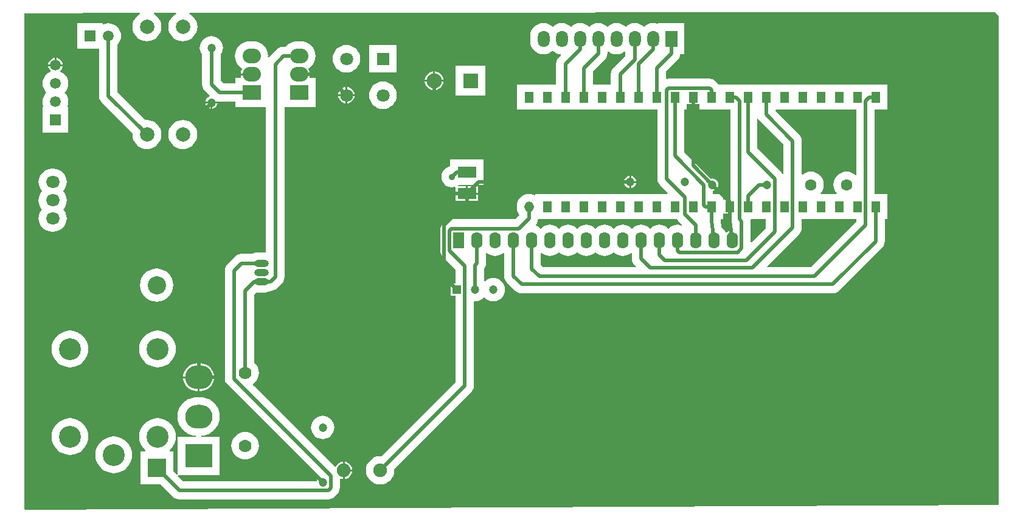
<source format=gtl>
G04 Layer_Physical_Order=1*
G04 Layer_Color=255*
%FSLAX44Y44*%
%MOMM*%
G71*
G01*
G75*
%ADD10R,2.6000X1.5000*%
%ADD11C,0.5080*%
%ADD12R,1.8000X1.8000*%
%ADD13C,1.8000*%
%ADD14C,2.1000*%
%ADD15R,2.1000X2.1000*%
%ADD16R,2.5400X2.0320*%
%ADD17O,2.5400X2.0320*%
%ADD18C,2.0000*%
%ADD19R,3.8100X3.3020*%
%ADD20O,3.8100X3.3020*%
%ADD21C,1.7780*%
%ADD22O,2.0000X1.0000*%
%ADD23O,2.0000X1.0000*%
%ADD24C,1.6000*%
%ADD25C,1.2000*%
%ADD26O,1.3000X1.5000*%
%ADD27R,1.2954X1.4986*%
%ADD28C,2.5400*%
%ADD29R,2.5400X2.5400*%
%ADD30C,1.9050*%
%ADD31R,1.5000X1.5000*%
%ADD32C,1.5000*%
%ADD33O,1.5748X2.2860*%
%ADD34R,1.5748X2.2860*%
%ADD35C,1.5200*%
%ADD36R,1.5200X1.5200*%
%ADD37O,1.6510X2.2860*%
%ADD38R,1.6510X2.2860*%
%ADD39O,1.9050X1.6510*%
%ADD40R,1.2000X1.2000*%
%ADD41C,3.0480*%
%ADD42C,0.8890*%
G36*
X1344930Y675640D02*
Y-5080D01*
X-10524Y-11416D01*
X-11424Y-10520D01*
Y679440D01*
X149465Y679593D01*
X149784Y678323D01*
X147895Y677314D01*
X144825Y674794D01*
X142306Y671725D01*
X140434Y668222D01*
X139282Y664422D01*
X138892Y660470D01*
X139282Y656518D01*
X140434Y652718D01*
X142306Y649216D01*
X144825Y646146D01*
X147895Y643627D01*
X151398Y641755D01*
X155198Y640602D01*
X159150Y640213D01*
X163102Y640602D01*
X166902Y641755D01*
X170404Y643627D01*
X173474Y646146D01*
X175993Y649216D01*
X177865Y652718D01*
X179018Y656518D01*
X179407Y660470D01*
X179018Y664422D01*
X177865Y668222D01*
X175993Y671725D01*
X173474Y674794D01*
X170404Y677314D01*
X168483Y678341D01*
X168800Y679611D01*
X199554Y679640D01*
X199873Y678370D01*
X197896Y677314D01*
X194826Y674794D01*
X192307Y671725D01*
X190435Y668222D01*
X189282Y664422D01*
X188893Y660470D01*
X189282Y656518D01*
X190435Y652718D01*
X192307Y649216D01*
X194826Y646146D01*
X197896Y643627D01*
X201398Y641755D01*
X205198Y640602D01*
X209150Y640213D01*
X213102Y640602D01*
X216902Y641755D01*
X220405Y643627D01*
X223475Y646146D01*
X225994Y649216D01*
X227866Y652718D01*
X229018Y656518D01*
X229408Y660470D01*
X229018Y664422D01*
X227866Y668222D01*
X225994Y671725D01*
X223475Y674794D01*
X220405Y677314D01*
X218395Y678388D01*
X218712Y679658D01*
X1339850Y680720D01*
X1344930Y675640D01*
D02*
G37*
%LPC*%
G36*
X105410Y665445D02*
X101948Y665105D01*
X98940Y664192D01*
X97670Y664834D01*
Y665360D01*
X62350D01*
Y630040D01*
X92600D01*
Y564210D01*
X93037Y560894D01*
X94317Y557805D01*
X96352Y555152D01*
X139084Y512420D01*
X138892Y510470D01*
X139282Y506518D01*
X140434Y502718D01*
X142306Y499215D01*
X144825Y496146D01*
X147895Y493626D01*
X151398Y491754D01*
X155198Y490602D01*
X159150Y490212D01*
X163102Y490602D01*
X166902Y491754D01*
X170404Y493626D01*
X173474Y496146D01*
X175993Y499215D01*
X177865Y502718D01*
X179018Y506518D01*
X179407Y510470D01*
X179018Y514422D01*
X177865Y518222D01*
X175993Y521724D01*
X173474Y524794D01*
X170404Y527313D01*
X166902Y529185D01*
X163102Y530338D01*
X159150Y530727D01*
X157200Y530535D01*
X118220Y569516D01*
Y635471D01*
X120165Y637841D01*
X121805Y640909D01*
X122815Y644238D01*
X123155Y647700D01*
X122815Y651162D01*
X121805Y654491D01*
X120165Y657559D01*
X117958Y660248D01*
X115269Y662455D01*
X112201Y664095D01*
X108872Y665105D01*
X105410Y665445D01*
D02*
G37*
G36*
X863600Y665569D02*
X859990Y665214D01*
X856519Y664161D01*
X853320Y662451D01*
X850900Y660465D01*
X848480Y662451D01*
X845281Y664161D01*
X841810Y665214D01*
X838200Y665569D01*
X834590Y665214D01*
X831119Y664161D01*
X827920Y662451D01*
X825500Y660465D01*
X823080Y662451D01*
X819881Y664161D01*
X816410Y665214D01*
X812800Y665569D01*
X809190Y665214D01*
X805719Y664161D01*
X802520Y662451D01*
X800100Y660465D01*
X797680Y662451D01*
X794481Y664161D01*
X791010Y665214D01*
X787400Y665569D01*
X783790Y665214D01*
X780319Y664161D01*
X777120Y662451D01*
X774700Y660465D01*
X772280Y662451D01*
X769081Y664161D01*
X765610Y665214D01*
X762000Y665569D01*
X758390Y665214D01*
X754919Y664161D01*
X751720Y662451D01*
X749300Y660465D01*
X746880Y662451D01*
X743681Y664161D01*
X740210Y665214D01*
X736600Y665569D01*
X732990Y665214D01*
X729519Y664161D01*
X726320Y662451D01*
X723900Y660465D01*
X721480Y662451D01*
X718281Y664161D01*
X714810Y665214D01*
X711200Y665569D01*
X707590Y665214D01*
X704119Y664161D01*
X700920Y662451D01*
X698116Y660149D01*
X695814Y657345D01*
X694104Y654146D01*
X693051Y650675D01*
X692696Y647065D01*
Y640715D01*
X693051Y637105D01*
X694104Y633634D01*
X695814Y630435D01*
X698116Y627631D01*
X700920Y625329D01*
X704119Y623619D01*
X707590Y622566D01*
X711200Y622211D01*
X714810Y622566D01*
X718281Y623619D01*
X721480Y625329D01*
X723900Y627315D01*
X726320Y625329D01*
X729519Y623619D01*
X732990Y622566D01*
X735041Y622365D01*
X735514Y621042D01*
X732622Y618150D01*
X730587Y615497D01*
X729307Y612407D01*
X728870Y609092D01*
Y580263D01*
X674243D01*
Y544957D01*
X869586D01*
Y449072D01*
X870023Y445757D01*
X871303Y442667D01*
X873338Y440014D01*
X884316Y429036D01*
X883830Y427863D01*
X699643D01*
Y426652D01*
X698554Y425999D01*
X697286Y426676D01*
X694146Y427629D01*
X690880Y427951D01*
X687614Y427629D01*
X684474Y426676D01*
X681579Y425129D01*
X679043Y423047D01*
X676961Y420511D01*
X675414Y417616D01*
X674461Y414476D01*
X674139Y411210D01*
Y409210D01*
X674461Y405944D01*
X675414Y402804D01*
X676961Y399909D01*
X677868Y398804D01*
X671604Y392540D01*
X582676D01*
X579361Y392103D01*
X576271Y390823D01*
X573618Y388788D01*
X571078Y386248D01*
X569043Y383595D01*
X567763Y380505D01*
X567326Y377190D01*
Y349250D01*
X567763Y345935D01*
X569043Y342845D01*
X571078Y340192D01*
X588916Y322354D01*
Y303180D01*
X582010D01*
Y286100D01*
X588916D01*
Y166342D01*
X485386Y62811D01*
X483870Y62960D01*
X480011Y62580D01*
X476300Y61455D01*
X472881Y59627D01*
X469883Y57167D01*
X467423Y54169D01*
X465595Y50750D01*
X464470Y47039D01*
X464090Y43180D01*
X464470Y39321D01*
X465595Y35610D01*
X467423Y32191D01*
X469883Y29193D01*
X472881Y26733D01*
X476300Y24905D01*
X480011Y23780D01*
X483870Y23400D01*
X487729Y23780D01*
X491440Y24905D01*
X494859Y26733D01*
X497857Y29193D01*
X500317Y32191D01*
X502145Y35610D01*
X503270Y39321D01*
X503650Y43180D01*
X503501Y44696D01*
X610784Y151978D01*
X612819Y154631D01*
X614099Y157721D01*
X614536Y161036D01*
Y277596D01*
X615477Y278449D01*
X615950Y278402D01*
X619118Y278714D01*
X622164Y279638D01*
X624971Y281138D01*
X627432Y283158D01*
X628015Y283868D01*
X629285D01*
X629868Y283158D01*
X632329Y281138D01*
X635136Y279638D01*
X638182Y278714D01*
X641350Y278402D01*
X644518Y278714D01*
X647564Y279638D01*
X650371Y281138D01*
X652832Y283158D01*
X654852Y285619D01*
X656352Y288426D01*
X657276Y291472D01*
X657588Y294640D01*
X657276Y297808D01*
X656352Y300854D01*
X654852Y303661D01*
X652832Y306122D01*
X650371Y308141D01*
X647564Y309642D01*
X644518Y310566D01*
X641350Y310878D01*
X638182Y310566D01*
X635136Y309642D01*
X632329Y308141D01*
X630030Y306255D01*
X628760Y306538D01*
Y323992D01*
X629583Y325065D01*
X630863Y328155D01*
X631300Y331470D01*
Y345182D01*
X632448Y345725D01*
X633822Y344597D01*
X636955Y342922D01*
X640355Y341891D01*
X643890Y341543D01*
X647425Y341891D01*
X650825Y342922D01*
X653958Y344597D01*
X655332Y345725D01*
X656480Y345182D01*
Y313690D01*
X656917Y310375D01*
X658197Y307285D01*
X660232Y304632D01*
X671662Y293202D01*
X674315Y291167D01*
X677405Y289887D01*
X680720Y289450D01*
X1113790D01*
X1117105Y289887D01*
X1120195Y291167D01*
X1122848Y293202D01*
X1182538Y352892D01*
X1184573Y355545D01*
X1185853Y358635D01*
X1186290Y361950D01*
Y392557D01*
X1190117D01*
Y427863D01*
X1172574D01*
Y544957D01*
X1190117D01*
Y580263D01*
X955138D01*
X953938Y581828D01*
X951398Y584368D01*
X948745Y586403D01*
X945655Y587683D01*
X942340Y588120D01*
X884936D01*
X882760Y587833D01*
X881490Y588947D01*
Y597944D01*
X898058Y614512D01*
X900093Y617165D01*
X901373Y620255D01*
X901642Y622300D01*
X907415D01*
Y665480D01*
X870585D01*
Y665256D01*
X869565Y664499D01*
X867210Y665214D01*
X863600Y665569D01*
D02*
G37*
G36*
X33020Y617120D02*
Y608330D01*
X41810D01*
X41629Y609707D01*
X40607Y612174D01*
X38982Y614292D01*
X36864Y615917D01*
X34397Y616939D01*
X33020Y617120D01*
D02*
G37*
G36*
X30480D02*
X29103Y616939D01*
X26636Y615917D01*
X24518Y614292D01*
X22893Y612174D01*
X21871Y609707D01*
X21690Y608330D01*
X30480D01*
Y617120D01*
D02*
G37*
G36*
X506840Y635110D02*
X468520D01*
Y596790D01*
X506840D01*
Y635110D01*
D02*
G37*
G36*
X436880Y635203D02*
X433124Y634833D01*
X429512Y633737D01*
X426184Y631958D01*
X423266Y629564D01*
X420872Y626646D01*
X419093Y623318D01*
X417997Y619706D01*
X417627Y615950D01*
X417997Y612194D01*
X419093Y608582D01*
X420872Y605254D01*
X423266Y602336D01*
X426184Y599942D01*
X429512Y598163D01*
X433124Y597067D01*
X436880Y596697D01*
X440636Y597067D01*
X444248Y598163D01*
X447576Y599942D01*
X450494Y602336D01*
X452888Y605254D01*
X454667Y608582D01*
X455763Y612194D01*
X456133Y615950D01*
X455763Y619706D01*
X454667Y623318D01*
X452888Y626646D01*
X450494Y629564D01*
X447576Y631958D01*
X444248Y633737D01*
X440636Y634833D01*
X436880Y635203D01*
D02*
G37*
G36*
X560070Y598455D02*
Y586740D01*
X571785D01*
X571504Y588874D01*
X570190Y592046D01*
X568100Y594770D01*
X565376Y596860D01*
X562204Y598174D01*
X560070Y598455D01*
D02*
G37*
G36*
X557530D02*
X555396Y598174D01*
X552224Y596860D01*
X549500Y594770D01*
X547410Y592046D01*
X546096Y588874D01*
X545815Y586740D01*
X557530D01*
Y598455D01*
D02*
G37*
G36*
X571785Y584200D02*
X560070D01*
Y572485D01*
X562204Y572766D01*
X565376Y574080D01*
X568100Y576170D01*
X570190Y578894D01*
X571504Y582066D01*
X571785Y584200D01*
D02*
G37*
G36*
X557530D02*
X545815D01*
X546096Y582066D01*
X547410Y578894D01*
X549500Y576170D01*
X552224Y574080D01*
X555396Y572766D01*
X557530Y572485D01*
Y584200D01*
D02*
G37*
G36*
X438150Y576622D02*
Y566420D01*
X448352D01*
X448123Y568162D01*
X446960Y570970D01*
X445110Y573380D01*
X442700Y575230D01*
X439893Y576393D01*
X438150Y576622D01*
D02*
G37*
G36*
X435610D02*
X433867Y576393D01*
X431060Y575230D01*
X428650Y573380D01*
X426800Y570970D01*
X425637Y568162D01*
X425408Y566420D01*
X435610D01*
Y576622D01*
D02*
G37*
G36*
X630260Y606130D02*
X588940D01*
Y564810D01*
X630260D01*
Y606130D01*
D02*
G37*
G36*
X448352Y563880D02*
X438150D01*
Y553678D01*
X439893Y553907D01*
X442700Y555070D01*
X445110Y556920D01*
X446960Y559330D01*
X448123Y562137D01*
X448352Y563880D01*
D02*
G37*
G36*
X435610D02*
X425408D01*
X425637Y562137D01*
X426800Y559330D01*
X428650Y556920D01*
X431060Y555070D01*
X433867Y553907D01*
X435610Y553678D01*
Y563880D01*
D02*
G37*
G36*
X257367Y553720D02*
X250190D01*
Y546544D01*
X251149Y546670D01*
X253227Y547530D01*
X255011Y548899D01*
X256380Y550683D01*
X257240Y552761D01*
X257367Y553720D01*
D02*
G37*
G36*
X247650D02*
X240473D01*
X240600Y552761D01*
X241460Y550683D01*
X242829Y548899D01*
X244613Y547530D01*
X246691Y546670D01*
X247650Y546544D01*
Y553720D01*
D02*
G37*
G36*
X487680Y584403D02*
X483924Y584033D01*
X480312Y582937D01*
X476984Y581158D01*
X474066Y578764D01*
X471672Y575846D01*
X469893Y572518D01*
X468797Y568906D01*
X468427Y565150D01*
X468797Y561394D01*
X469893Y557782D01*
X471672Y554454D01*
X474066Y551536D01*
X476984Y549142D01*
X480312Y547363D01*
X483924Y546267D01*
X487680Y545897D01*
X491436Y546267D01*
X495048Y547363D01*
X498376Y549142D01*
X501294Y551536D01*
X503688Y554454D01*
X505467Y557782D01*
X506563Y561394D01*
X506933Y565150D01*
X506563Y568906D01*
X505467Y572518D01*
X503688Y575846D01*
X501294Y578764D01*
X498376Y581158D01*
X495048Y582937D01*
X491436Y584033D01*
X487680Y584403D01*
D02*
G37*
G36*
X41810Y605790D02*
X31750D01*
X21690D01*
X21871Y604413D01*
X22893Y601946D01*
X24518Y599828D01*
X25140Y599351D01*
X25133Y599316D01*
X24745Y598053D01*
X21835Y596498D01*
X19131Y594279D01*
X16912Y591575D01*
X15263Y588489D01*
X14247Y585142D01*
X13904Y581660D01*
X14247Y578178D01*
X15263Y574831D01*
X16912Y571745D01*
X18405Y569926D01*
X19075Y568960D01*
X18405Y567994D01*
X16912Y566175D01*
X15263Y563089D01*
X14247Y559742D01*
X13904Y556260D01*
X14247Y552778D01*
X15123Y549890D01*
X14410Y548620D01*
X13990D01*
Y513100D01*
X49510D01*
Y548620D01*
X49090D01*
X48377Y549890D01*
X49253Y552778D01*
X49596Y556260D01*
X49253Y559742D01*
X48238Y563089D01*
X46588Y566175D01*
X45095Y567994D01*
X44425Y568960D01*
X45095Y569926D01*
X46588Y571745D01*
X48238Y574831D01*
X49253Y578178D01*
X49596Y581660D01*
X49253Y585142D01*
X48238Y588489D01*
X46588Y591575D01*
X44369Y594279D01*
X41665Y596498D01*
X38755Y598053D01*
X38367Y599316D01*
X38360Y599351D01*
X38982Y599828D01*
X40607Y601946D01*
X41629Y604413D01*
X41810Y605790D01*
D02*
G37*
G36*
X209150Y530727D02*
X205198Y530338D01*
X201398Y529185D01*
X197896Y527313D01*
X194826Y524794D01*
X192307Y521724D01*
X190435Y518222D01*
X189282Y514422D01*
X188893Y510470D01*
X189282Y506518D01*
X190435Y502718D01*
X192307Y499215D01*
X194826Y496146D01*
X197896Y493626D01*
X201398Y491754D01*
X205198Y490602D01*
X209150Y490212D01*
X213102Y490602D01*
X216902Y491754D01*
X220405Y493626D01*
X223475Y496146D01*
X225994Y499215D01*
X227866Y502718D01*
X229018Y506518D01*
X229408Y510470D01*
X229018Y514422D01*
X227866Y518222D01*
X225994Y521724D01*
X223475Y524794D01*
X220405Y527313D01*
X216902Y529185D01*
X213102Y530338D01*
X209150Y530727D01*
D02*
G37*
G36*
X833120Y452947D02*
Y445770D01*
X840296D01*
X840170Y446729D01*
X839310Y448807D01*
X837941Y450591D01*
X836157Y451960D01*
X834079Y452820D01*
X833120Y452947D01*
D02*
G37*
G36*
X830580D02*
X829621Y452820D01*
X827543Y451960D01*
X825759Y450591D01*
X824390Y448807D01*
X823530Y446729D01*
X823403Y445770D01*
X830580D01*
Y452947D01*
D02*
G37*
G36*
X840296Y443230D02*
X833120D01*
Y436054D01*
X834079Y436180D01*
X836157Y437040D01*
X837941Y438409D01*
X839310Y440193D01*
X840170Y442271D01*
X840296Y443230D01*
D02*
G37*
G36*
X830580D02*
X823403D01*
X823530Y442271D01*
X824390Y440193D01*
X825759Y438409D01*
X827543Y437040D01*
X829621Y436180D01*
X830580Y436054D01*
Y443230D01*
D02*
G37*
G36*
X620060Y438270D02*
X605790D01*
Y429500D01*
X620060D01*
Y438270D01*
D02*
G37*
G36*
X627680Y475890D02*
X581360D01*
Y467370D01*
X581253Y467288D01*
X579753Y465789D01*
X576326Y464370D01*
X573276Y462028D01*
X570934Y458978D01*
X569463Y455425D01*
X568961Y451612D01*
X569463Y447799D01*
X570934Y444246D01*
X573276Y441196D01*
X576326Y438854D01*
X579879Y437383D01*
X583692Y436881D01*
X587505Y437383D01*
X587924Y437557D01*
X588980Y436851D01*
Y429500D01*
X603250D01*
Y438270D01*
X592382D01*
X591950Y439540D01*
X593293Y440570D01*
X627680D01*
Y475890D01*
D02*
G37*
G36*
X620060Y426960D02*
X605790D01*
Y418190D01*
X620060D01*
Y426960D01*
D02*
G37*
G36*
X603250D02*
X588980D01*
Y418190D01*
X603250D01*
Y426960D01*
D02*
G37*
G36*
X29210Y463004D02*
X26670D01*
X23060Y462649D01*
X19589Y461596D01*
X16390Y459886D01*
X13586Y457584D01*
X11284Y454780D01*
X9574Y451581D01*
X8521Y448110D01*
X8166Y444500D01*
X8521Y440890D01*
X9574Y437419D01*
X11284Y434220D01*
X13374Y431673D01*
X11284Y429126D01*
X9574Y425927D01*
X8521Y422456D01*
X8166Y418846D01*
X8521Y415236D01*
X9574Y411765D01*
X11284Y408566D01*
X13062Y406400D01*
X11284Y404234D01*
X9574Y401035D01*
X8521Y397564D01*
X8166Y393954D01*
X8521Y390344D01*
X9574Y386873D01*
X11284Y383674D01*
X13586Y380870D01*
X16390Y378568D01*
X19589Y376858D01*
X23060Y375805D01*
X26670Y375450D01*
X29210D01*
X32820Y375805D01*
X36291Y376858D01*
X39490Y378568D01*
X42294Y380870D01*
X44596Y383674D01*
X46306Y386873D01*
X47359Y390344D01*
X47714Y393954D01*
X47359Y397564D01*
X46306Y401035D01*
X44596Y404234D01*
X42818Y406400D01*
X44596Y408566D01*
X46306Y411765D01*
X47359Y415236D01*
X47714Y418846D01*
X47359Y422456D01*
X46306Y425927D01*
X44596Y429126D01*
X42506Y431673D01*
X44596Y434220D01*
X46306Y437419D01*
X47359Y440890D01*
X47714Y444500D01*
X47359Y448110D01*
X46306Y451581D01*
X44596Y454780D01*
X42294Y457584D01*
X39490Y459886D01*
X36291Y461596D01*
X32820Y462649D01*
X29210Y463004D01*
D02*
G37*
G36*
X248920Y647428D02*
X245752Y647116D01*
X242706Y646192D01*
X239899Y644691D01*
X237438Y642672D01*
X235418Y640211D01*
X233918Y637404D01*
X232994Y634358D01*
X232682Y631190D01*
X232994Y628022D01*
X233918Y624976D01*
X235418Y622169D01*
X236110Y621325D01*
Y580390D01*
X236547Y577075D01*
X237827Y573985D01*
X239862Y571332D01*
X246711Y564483D01*
X246265Y563134D01*
X244613Y562450D01*
X242829Y561081D01*
X241460Y559297D01*
X240600Y557219D01*
X240473Y556260D01*
X248920D01*
X258211D01*
X258363Y556412D01*
X260350Y556150D01*
X281940D01*
Y548640D01*
X325010D01*
Y347527D01*
X324069Y346674D01*
X323770Y346703D01*
X313770D01*
X310798Y346411D01*
X307940Y345544D01*
X305575Y344280D01*
X290830D01*
X287515Y343843D01*
X284425Y342563D01*
X281772Y340528D01*
X271612Y330368D01*
X269577Y327715D01*
X268297Y324625D01*
X267860Y321310D01*
Y170180D01*
X268297Y166865D01*
X269577Y163775D01*
X271612Y161122D01*
X398336Y34399D01*
X398252Y33132D01*
X397769Y32761D01*
X396400Y30977D01*
X395540Y28899D01*
X395461Y28304D01*
X209522D01*
X202265Y35560D01*
X202792Y36830D01*
X260350D01*
Y90170D01*
X234778D01*
X234728Y91440D01*
X237865Y91687D01*
X241947Y92667D01*
X245825Y94273D01*
X249405Y96467D01*
X252597Y99193D01*
X255323Y102385D01*
X257517Y105965D01*
X259123Y109843D01*
X260103Y113925D01*
X260432Y118110D01*
X260103Y122295D01*
X259123Y126377D01*
X257517Y130255D01*
X255323Y133835D01*
X252597Y137027D01*
X249405Y139753D01*
X245825Y141947D01*
X241947Y143553D01*
X237865Y144533D01*
X233680Y144862D01*
X228600D01*
X224415Y144533D01*
X220333Y143553D01*
X216455Y141947D01*
X212875Y139753D01*
X209683Y137027D01*
X206957Y133835D01*
X204763Y130255D01*
X203157Y126377D01*
X202177Y122295D01*
X201847Y118110D01*
X202177Y113925D01*
X203157Y109843D01*
X204763Y105965D01*
X206957Y102385D01*
X209683Y99193D01*
X212875Y96467D01*
X216455Y94273D01*
X220333Y92667D01*
X224415Y91687D01*
X227552Y91440D01*
X227502Y90170D01*
X201930D01*
Y37692D01*
X200660Y37166D01*
X195580Y42245D01*
Y69850D01*
X191153D01*
X190725Y71046D01*
X192037Y72123D01*
X195212Y75990D01*
X197570Y80403D01*
X199023Y85191D01*
X199513Y90170D01*
X199023Y95149D01*
X197570Y99937D01*
X195212Y104350D01*
X192037Y108217D01*
X188170Y111391D01*
X183757Y113750D01*
X178969Y115203D01*
X173990Y115693D01*
X169011Y115203D01*
X164223Y113750D01*
X159810Y111391D01*
X155943Y108217D01*
X152768Y104350D01*
X150410Y99937D01*
X148958Y95149D01*
X148467Y90170D01*
X148958Y85191D01*
X150410Y80403D01*
X152768Y75990D01*
X155943Y72123D01*
X157255Y71046D01*
X156827Y69850D01*
X149860D01*
Y24130D01*
X177465D01*
X195158Y6436D01*
X197811Y4401D01*
X200901Y3121D01*
X204216Y2684D01*
X411480D01*
X414795Y3121D01*
X417885Y4401D01*
X420538Y6436D01*
X424094Y9992D01*
X426129Y12645D01*
X427409Y15735D01*
X427846Y19050D01*
Y31142D01*
X428902Y31848D01*
X429920Y31425D01*
X431800Y31178D01*
Y43180D01*
Y55182D01*
X429920Y54935D01*
X426985Y53719D01*
X424465Y51785D01*
X422531Y49265D01*
X422140Y48319D01*
X420894Y48071D01*
X306923Y162042D01*
X307129Y163633D01*
X309446Y165534D01*
X311826Y168435D01*
X313595Y171745D01*
X314684Y175336D01*
X315052Y179070D01*
X314684Y182805D01*
X313595Y186395D01*
X311826Y189705D01*
X309446Y192606D01*
X308720Y193201D01*
Y288064D01*
X311696Y291041D01*
X313770Y290837D01*
X323770D01*
X326742Y291129D01*
X329600Y291996D01*
X332126Y293347D01*
X334785Y293697D01*
X337875Y294977D01*
X340528Y297012D01*
X346878Y303362D01*
X348913Y306015D01*
X350193Y309105D01*
X350630Y312420D01*
Y548640D01*
X393700D01*
Y589280D01*
X386165D01*
X385460Y590336D01*
X385753Y591045D01*
X386022Y593090D01*
X370840D01*
Y595630D01*
X386022D01*
X385753Y597675D01*
X384473Y600765D01*
X384046Y601322D01*
X384314Y602564D01*
X384724Y602783D01*
X387818Y605322D01*
X390357Y608416D01*
X392244Y611946D01*
X393406Y615777D01*
X393798Y619760D01*
X393406Y623743D01*
X392244Y627574D01*
X390357Y631104D01*
X387818Y634198D01*
X384724Y636737D01*
X381194Y638624D01*
X377363Y639786D01*
X373380Y640178D01*
X368300D01*
X364317Y639786D01*
X360486Y638624D01*
X356956Y636737D01*
X353862Y634198D01*
X352526Y632570D01*
X349250D01*
X345935Y632133D01*
X342845Y630853D01*
X340192Y628818D01*
X328805Y617430D01*
X328653Y617438D01*
X327578Y617931D01*
X327758Y619760D01*
X327366Y623743D01*
X326204Y627574D01*
X324317Y631104D01*
X321778Y634198D01*
X318684Y636737D01*
X315154Y638624D01*
X311323Y639786D01*
X307340Y640178D01*
X302260D01*
X298277Y639786D01*
X294446Y638624D01*
X290916Y636737D01*
X287822Y634198D01*
X285283Y631104D01*
X283396Y627574D01*
X282234Y623743D01*
X281842Y619760D01*
X282234Y615777D01*
X283396Y611946D01*
X285283Y608416D01*
X287822Y605322D01*
X290916Y602783D01*
X291326Y602564D01*
X291594Y601322D01*
X291167Y600765D01*
X289887Y597675D01*
X289618Y595630D01*
X304800D01*
Y593090D01*
X289618D01*
X289887Y591045D01*
X290180Y590336D01*
X289475Y589280D01*
X281940D01*
Y581770D01*
X265656D01*
X261730Y585696D01*
Y621325D01*
X262421Y622169D01*
X263922Y624976D01*
X264846Y628022D01*
X265158Y631190D01*
X264846Y634358D01*
X263922Y637404D01*
X262421Y640211D01*
X260402Y642672D01*
X257941Y644691D01*
X255134Y646192D01*
X252088Y647116D01*
X248920Y647428D01*
D02*
G37*
G36*
X172720Y323961D02*
X168239Y323519D01*
X163930Y322212D01*
X159958Y320089D01*
X156477Y317233D01*
X153621Y313752D01*
X151498Y309781D01*
X150191Y305471D01*
X149749Y300990D01*
X150191Y296509D01*
X151498Y292199D01*
X153621Y288228D01*
X156477Y284747D01*
X159958Y281891D01*
X163930Y279768D01*
X168239Y278461D01*
X172720Y278019D01*
X177201Y278461D01*
X181511Y279768D01*
X185482Y281891D01*
X188963Y284747D01*
X191819Y288228D01*
X193942Y292199D01*
X195249Y296509D01*
X195691Y300990D01*
X195249Y305471D01*
X193942Y309781D01*
X191819Y313752D01*
X188963Y317233D01*
X185482Y320089D01*
X181511Y322212D01*
X177201Y323519D01*
X172720Y323961D01*
D02*
G37*
G36*
X173990Y237613D02*
X169011Y237122D01*
X164223Y235670D01*
X159810Y233312D01*
X155943Y230137D01*
X152768Y226270D01*
X150410Y221857D01*
X148958Y217069D01*
X148467Y212090D01*
X148958Y207111D01*
X150410Y202323D01*
X152768Y197910D01*
X155943Y194043D01*
X159810Y190868D01*
X164223Y188510D01*
X169011Y187057D01*
X173990Y186567D01*
X178969Y187057D01*
X183757Y188510D01*
X188170Y190868D01*
X192037Y194043D01*
X195212Y197910D01*
X197570Y202323D01*
X199023Y207111D01*
X199513Y212090D01*
X199023Y217069D01*
X197570Y221857D01*
X195212Y226270D01*
X192037Y230137D01*
X188170Y233312D01*
X183757Y235670D01*
X178969Y237122D01*
X173990Y237613D01*
D02*
G37*
G36*
X52070D02*
X47091Y237122D01*
X42303Y235670D01*
X37890Y233312D01*
X34023Y230137D01*
X30849Y226270D01*
X28490Y221857D01*
X27037Y217069D01*
X26547Y212090D01*
X27037Y207111D01*
X28490Y202323D01*
X30849Y197910D01*
X34023Y194043D01*
X37890Y190868D01*
X42303Y188510D01*
X47091Y187057D01*
X52070Y186567D01*
X57049Y187057D01*
X61837Y188510D01*
X66250Y190868D01*
X70117Y194043D01*
X73292Y197910D01*
X75650Y202323D01*
X77102Y207111D01*
X77593Y212090D01*
X77102Y217069D01*
X75650Y221857D01*
X73292Y226270D01*
X70117Y230137D01*
X66250Y233312D01*
X61837Y235670D01*
X57049Y237122D01*
X52070Y237613D01*
D02*
G37*
G36*
X233680Y191862D02*
X232410D01*
Y173990D01*
X252697D01*
X252454Y176455D01*
X251365Y180045D01*
X249596Y183355D01*
X247216Y186256D01*
X244315Y188636D01*
X241005Y190405D01*
X237414Y191494D01*
X233680Y191862D01*
D02*
G37*
G36*
X229870D02*
X228600D01*
X224865Y191494D01*
X221275Y190405D01*
X217965Y188636D01*
X215064Y186256D01*
X212684Y183355D01*
X210915Y180045D01*
X209826Y176455D01*
X209583Y173990D01*
X229870D01*
Y191862D01*
D02*
G37*
G36*
X252697Y171450D02*
X232410D01*
Y153578D01*
X233680D01*
X237414Y153946D01*
X241005Y155035D01*
X244315Y156804D01*
X247216Y159184D01*
X249596Y162085D01*
X251365Y165395D01*
X252454Y168986D01*
X252697Y171450D01*
D02*
G37*
G36*
X229870D02*
X209583D01*
X209826Y168986D01*
X210915Y165395D01*
X212684Y162085D01*
X215064Y159184D01*
X217965Y156804D01*
X221275Y155035D01*
X224865Y153946D01*
X228600Y153578D01*
X229870D01*
Y171450D01*
D02*
G37*
G36*
X403860Y119108D02*
X400692Y118796D01*
X397646Y117872D01*
X394839Y116371D01*
X392378Y114352D01*
X390359Y111891D01*
X388858Y109084D01*
X387934Y106038D01*
X387622Y102870D01*
X387934Y99702D01*
X388858Y96656D01*
X390359Y93849D01*
X392378Y91388D01*
X394839Y89368D01*
X397646Y87868D01*
X400692Y86944D01*
X403860Y86632D01*
X407028Y86944D01*
X410074Y87868D01*
X412881Y89368D01*
X415342Y91388D01*
X417361Y93849D01*
X418862Y96656D01*
X419786Y99702D01*
X420098Y102870D01*
X419786Y106038D01*
X418862Y109084D01*
X417361Y111891D01*
X415342Y114352D01*
X412881Y116371D01*
X410074Y117872D01*
X407028Y118796D01*
X403860Y119108D01*
D02*
G37*
G36*
X52070Y115693D02*
X47091Y115203D01*
X42303Y113750D01*
X37890Y111391D01*
X34023Y108217D01*
X30849Y104350D01*
X28490Y99937D01*
X27037Y95149D01*
X26547Y90170D01*
X27037Y85191D01*
X28490Y80403D01*
X30849Y75990D01*
X34023Y72123D01*
X37890Y68948D01*
X42303Y66590D01*
X47091Y65138D01*
X52070Y64647D01*
X57049Y65138D01*
X61837Y66590D01*
X66250Y68948D01*
X70117Y72123D01*
X73292Y75990D01*
X75650Y80403D01*
X77102Y85191D01*
X77593Y90170D01*
X77102Y95149D01*
X75650Y99937D01*
X73292Y104350D01*
X70117Y108217D01*
X66250Y111391D01*
X61837Y113750D01*
X57049Y115203D01*
X52070Y115693D01*
D02*
G37*
G36*
X295910Y96612D02*
X292176Y96244D01*
X288585Y95155D01*
X285275Y93386D01*
X282374Y91006D01*
X279994Y88105D01*
X278225Y84795D01*
X277136Y81205D01*
X276768Y77470D01*
X277136Y73735D01*
X278225Y70145D01*
X279994Y66835D01*
X282374Y63934D01*
X285275Y61554D01*
X288585Y59785D01*
X292176Y58696D01*
X295910Y58328D01*
X299645Y58696D01*
X303235Y59785D01*
X306545Y61554D01*
X309446Y63934D01*
X311826Y66835D01*
X313595Y70145D01*
X314684Y73735D01*
X315052Y77470D01*
X314684Y81205D01*
X313595Y84795D01*
X311826Y88105D01*
X309446Y91006D01*
X306545Y93386D01*
X303235Y95155D01*
X299645Y96244D01*
X295910Y96612D01*
D02*
G37*
G36*
X434340Y55182D02*
Y44450D01*
X445072D01*
X444824Y46330D01*
X443609Y49265D01*
X441675Y51785D01*
X439155Y53719D01*
X436220Y54935D01*
X434340Y55182D01*
D02*
G37*
G36*
X113030Y90293D02*
X108051Y89803D01*
X103263Y88350D01*
X98850Y85991D01*
X94983Y82817D01*
X91809Y78950D01*
X89450Y74537D01*
X87998Y69749D01*
X87507Y64770D01*
X87998Y59791D01*
X89450Y55003D01*
X91809Y50590D01*
X94983Y46723D01*
X98850Y43548D01*
X103263Y41190D01*
X108051Y39738D01*
X113030Y39247D01*
X118009Y39738D01*
X122797Y41190D01*
X127210Y43548D01*
X131077Y46723D01*
X134251Y50590D01*
X136610Y55003D01*
X138062Y59791D01*
X138553Y64770D01*
X138062Y69749D01*
X136610Y74537D01*
X134251Y78950D01*
X131077Y82817D01*
X127210Y85991D01*
X122797Y88350D01*
X118009Y89803D01*
X113030Y90293D01*
D02*
G37*
G36*
X445072Y41910D02*
X434340D01*
Y31178D01*
X436220Y31425D01*
X439155Y32641D01*
X441675Y34575D01*
X443609Y37095D01*
X444824Y40030D01*
X445072Y41910D01*
D02*
G37*
%LPD*%
G36*
X802520Y625329D02*
X805719Y623619D01*
X809190Y622566D01*
X812800Y622211D01*
X816410Y622566D01*
X819881Y623619D01*
X823080Y625329D01*
X824242Y626283D01*
X825390Y625740D01*
Y620240D01*
X808822Y603672D01*
X806787Y601019D01*
X805507Y597929D01*
X805070Y594614D01*
Y580263D01*
X779890D01*
Y597944D01*
X796458Y614512D01*
X798493Y617165D01*
X799773Y620255D01*
X800210Y623570D01*
Y625740D01*
X801358Y626283D01*
X802520Y625329D01*
D02*
G37*
G36*
X1009987Y532329D02*
X1012022Y529676D01*
X1045354Y496344D01*
Y456097D01*
X1044084Y455666D01*
X1042584Y457622D01*
X1008490Y491716D01*
Y532625D01*
X1009760Y532877D01*
X1009987Y532329D01*
D02*
G37*
G36*
X1146954Y454469D02*
X1145684Y453924D01*
X1143331Y455855D01*
X1140176Y457542D01*
X1136752Y458580D01*
X1133193Y458931D01*
X1129633Y458580D01*
X1126209Y457542D01*
X1123055Y455855D01*
X1120289Y453586D01*
X1118020Y450821D01*
X1116334Y447666D01*
X1115295Y444243D01*
X1114945Y440683D01*
X1115295Y437123D01*
X1116334Y433700D01*
X1118020Y430545D01*
X1119279Y429011D01*
X1118736Y427863D01*
X1097649D01*
X1097106Y429011D01*
X1098365Y430545D01*
X1100051Y433700D01*
X1101089Y437123D01*
X1101440Y440683D01*
X1101089Y444243D01*
X1100051Y447666D01*
X1098365Y450821D01*
X1096095Y453586D01*
X1093330Y455855D01*
X1090175Y457542D01*
X1086752Y458580D01*
X1083192Y458931D01*
X1079632Y458580D01*
X1076209Y457542D01*
X1073054Y455855D01*
X1072122Y455090D01*
X1070974Y455633D01*
Y501650D01*
X1070537Y504965D01*
X1069257Y508055D01*
X1067222Y510708D01*
X1034242Y543687D01*
X1034742Y544957D01*
X1146954D01*
Y454469D01*
D02*
G37*
G36*
X928243Y544957D02*
X971186D01*
Y420243D01*
X961517D01*
Y427863D01*
X947022D01*
Y432191D01*
X948379Y432370D01*
X950457Y433230D01*
X952241Y434599D01*
X953610Y436383D01*
X954470Y438461D01*
X954764Y440690D01*
X954470Y442919D01*
X953610Y444997D01*
X952241Y446781D01*
X950457Y448150D01*
X948379Y449010D01*
X946150Y449304D01*
X943921Y449010D01*
X943856Y448983D01*
X943270Y449748D01*
X906890Y486128D01*
Y544957D01*
X910717D01*
Y552577D01*
X928243D01*
Y544957D01*
D02*
G37*
G36*
X898738Y390484D02*
X904183Y385040D01*
X903510Y383917D01*
X901425Y384549D01*
X897890Y384897D01*
X894355Y384549D01*
X890955Y383518D01*
X887822Y381843D01*
X885190Y379683D01*
X882558Y381843D01*
X879425Y383518D01*
X876025Y384549D01*
X872490Y384897D01*
X868955Y384549D01*
X865555Y383518D01*
X862422Y381843D01*
X859790Y379683D01*
X857158Y381843D01*
X854025Y383518D01*
X850625Y384549D01*
X847090Y384897D01*
X843555Y384549D01*
X840155Y383518D01*
X837022Y381843D01*
X834390Y379683D01*
X831758Y381843D01*
X828625Y383518D01*
X825225Y384549D01*
X821690Y384897D01*
X818155Y384549D01*
X814755Y383518D01*
X811622Y381843D01*
X808990Y379683D01*
X806358Y381843D01*
X803225Y383518D01*
X799825Y384549D01*
X796290Y384897D01*
X792755Y384549D01*
X789355Y383518D01*
X786222Y381843D01*
X783590Y379683D01*
X780958Y381843D01*
X777825Y383518D01*
X774425Y384549D01*
X770890Y384897D01*
X767355Y384549D01*
X763955Y383518D01*
X760822Y381843D01*
X758190Y379683D01*
X755558Y381843D01*
X752425Y383518D01*
X749025Y384549D01*
X745490Y384897D01*
X741955Y384549D01*
X738555Y383518D01*
X735422Y381843D01*
X732790Y379683D01*
X730158Y381843D01*
X727025Y383518D01*
X723625Y384549D01*
X720090Y384897D01*
X716555Y384549D01*
X713155Y383518D01*
X710022Y381843D01*
X707390Y379683D01*
X704758Y381843D01*
X701625Y383518D01*
X700780Y383774D01*
X700383Y385222D01*
X701973Y387295D01*
X703253Y390385D01*
X703539Y392557D01*
X897148D01*
X898738Y390484D01*
D02*
G37*
G36*
X971186Y392684D02*
X971623Y389369D01*
X972903Y386279D01*
X974234Y384543D01*
Y377407D01*
X974090Y377280D01*
X971371Y376922D01*
X968838Y375873D01*
X966663Y374203D01*
X966574Y374087D01*
X965125Y374285D01*
X963757Y376844D01*
X961504Y379590D01*
X959072Y381586D01*
X957724Y391287D01*
X958430Y392557D01*
X961517D01*
Y400177D01*
X971186D01*
Y392684D01*
D02*
G37*
G36*
X1020716Y380210D02*
X1001027Y360520D01*
X999854Y361006D01*
Y389636D01*
X999595Y391602D01*
X1000432Y392557D01*
X1020716D01*
Y380210D01*
D02*
G37*
G36*
X811622Y344597D02*
X814755Y342922D01*
X818155Y341891D01*
X821690Y341543D01*
X825225Y341891D01*
X828625Y342922D01*
X831758Y344597D01*
X833132Y345725D01*
X834280Y345182D01*
Y337820D01*
X834717Y334505D01*
X835997Y331415D01*
X838032Y328762D01*
X839884Y326911D01*
X839398Y325738D01*
X710918D01*
X707500Y329156D01*
Y345182D01*
X708648Y345725D01*
X710022Y344597D01*
X713155Y342922D01*
X716555Y341891D01*
X720090Y341543D01*
X723625Y341891D01*
X727025Y342922D01*
X730158Y344597D01*
X732790Y346757D01*
X735422Y344597D01*
X738555Y342922D01*
X741955Y341891D01*
X745490Y341543D01*
X749025Y341891D01*
X752425Y342922D01*
X755558Y344597D01*
X758190Y346757D01*
X760822Y344597D01*
X763955Y342922D01*
X767355Y341891D01*
X770890Y341543D01*
X774425Y341891D01*
X777825Y342922D01*
X780958Y344597D01*
X783590Y346757D01*
X786222Y344597D01*
X789355Y342922D01*
X792755Y341891D01*
X796290Y341543D01*
X799825Y341891D01*
X803225Y342922D01*
X806358Y344597D01*
X808990Y346757D01*
X811622Y344597D01*
D02*
G37*
G36*
X1146954Y389354D02*
X1083338Y325738D01*
X1022676D01*
X1022190Y326911D01*
X1067222Y371942D01*
X1069257Y374595D01*
X1070537Y377685D01*
X1070974Y381000D01*
Y392557D01*
X1146954D01*
Y389354D01*
D02*
G37*
D10*
X604520Y428230D02*
D03*
Y458230D02*
D03*
D11*
X172720Y46990D02*
X204216Y15494D01*
X411480D01*
X415036Y19050D01*
Y35814D01*
X280670Y170180D02*
X415036Y35814D01*
X280670Y170180D02*
Y321310D01*
X290830Y331470D01*
X318770D01*
X248920Y580390D02*
Y631190D01*
Y580390D02*
X260350Y568960D01*
X304800D01*
X995680Y410210D02*
Y425450D01*
X1010920Y440690D01*
X1022350D01*
X105410Y564210D02*
X159150Y510470D01*
X105410Y564210D02*
Y647700D01*
X690880Y393700D02*
Y410210D01*
X676910Y379730D02*
X690880Y393700D01*
X582676Y379730D02*
X676910D01*
X580136Y377190D02*
X582676Y379730D01*
X580136Y349250D02*
Y377190D01*
Y349250D02*
X601726Y327660D01*
Y161036D02*
Y327660D01*
X483870Y43180D02*
X601726Y161036D01*
X558800Y444740D02*
Y585470D01*
Y444740D02*
X575310Y428230D01*
X604520D01*
X919480Y467360D02*
X946150Y440690D01*
X919480Y467360D02*
Y562610D01*
X407670Y594360D02*
X436880Y565150D01*
X370840Y594360D02*
X407670D01*
X231140Y537210D02*
X248920Y554990D01*
X231140Y172720D02*
Y537210D01*
X572516Y312674D02*
X590550Y294640D01*
X572516Y312674D02*
Y384810D01*
X604520Y416814D01*
Y428230D01*
X620790Y444500D01*
X831850D01*
X970280Y390652D02*
X974090Y363220D01*
X970280Y390652D02*
Y410210D01*
X946150Y440690D02*
X970280Y416560D01*
Y410210D02*
Y416560D01*
X257810Y172720D02*
X403860Y26670D01*
X231140Y172720D02*
X257810D01*
X944880Y562610D02*
Y572770D01*
X942340Y575310D02*
X944880Y572770D01*
X884936Y575310D02*
X942340D01*
X882396Y572770D02*
X884936Y575310D01*
X882396Y449072D02*
Y572770D01*
Y449072D02*
X907796Y423672D01*
Y399542D02*
Y423672D01*
Y399542D02*
X923290Y384048D01*
Y363220D02*
Y384048D01*
X970280Y562610D02*
X978916D01*
X983996Y557530D01*
Y392684D02*
Y557530D01*
Y392684D02*
X987044Y389636D01*
Y352044D02*
Y389636D01*
X981710Y346710D02*
X987044Y352044D01*
X900430Y346710D02*
X981710D01*
X897890Y349250D02*
X900430Y346710D01*
X897890Y349250D02*
Y363220D01*
X995680Y486410D02*
Y562610D01*
Y486410D02*
X1033526Y448564D01*
Y374904D02*
Y448564D01*
X993902Y335280D02*
X1033526Y374904D01*
X880110Y335280D02*
X993902D01*
X872490Y342900D02*
X880110Y335280D01*
X872490Y342900D02*
Y363220D01*
X847090Y337820D02*
Y363220D01*
Y337820D02*
X859790Y325120D01*
X1002284D01*
X1058164Y381000D01*
Y501650D01*
X1021080Y538734D02*
X1058164Y501650D01*
X1021080Y538734D02*
Y562610D01*
X1164844D02*
X1173480D01*
X1159764Y557530D02*
X1164844Y562610D01*
X1159764Y384048D02*
Y557530D01*
X1088644Y312928D02*
X1159764Y384048D01*
X705612Y312928D02*
X1088644D01*
X694690Y323850D02*
X705612Y312928D01*
X694690Y323850D02*
Y363220D01*
X1173480Y361950D02*
Y410210D01*
X1113790Y302260D02*
X1173480Y361950D01*
X680720Y302260D02*
X1113790D01*
X669290Y313690D02*
X680720Y302260D01*
X669290Y313690D02*
Y363220D01*
X741680Y562610D02*
Y609092D01*
X762000Y629412D01*
Y643890D01*
X767080Y562610D02*
Y603250D01*
X787400Y623570D01*
Y643890D01*
X838200Y614934D02*
Y643890D01*
X817880Y594614D02*
X838200Y614934D01*
X817880Y562610D02*
Y594614D01*
X843280Y562610D02*
Y609092D01*
X863600Y629412D01*
Y643890D01*
X868680Y562610D02*
Y603250D01*
X889000Y623570D01*
Y643890D01*
X318770Y306070D02*
X331470D01*
X337820Y312420D01*
Y608330D01*
X349250Y619760D01*
X370840D01*
X295910Y179070D02*
Y293370D01*
X308610Y306070D01*
X318770D01*
X936752Y410210D02*
X944880D01*
X934212Y412750D02*
X936752Y410210D01*
X934212Y412750D02*
Y440690D01*
X894080Y480822D02*
X934212Y440690D01*
X894080Y480822D02*
Y562610D01*
X615950Y294640D02*
Y328930D01*
X618490Y331470D01*
Y363220D01*
X944880Y390652D02*
X948690Y363220D01*
X944880Y390652D02*
Y410210D01*
X590310Y458230D02*
X604520D01*
X583692Y451612D02*
X590310Y458230D01*
D12*
X487680Y615950D02*
D03*
D13*
X436880D02*
D03*
Y565150D02*
D03*
X487680D02*
D03*
D14*
X558800Y585470D02*
D03*
D15*
X609600D02*
D03*
D16*
X370840Y568960D02*
D03*
X304800D02*
D03*
D17*
X370840Y594360D02*
D03*
Y619760D02*
D03*
X304800Y594360D02*
D03*
Y619760D02*
D03*
D18*
X209150Y510470D02*
D03*
Y660470D02*
D03*
X159150D02*
D03*
Y510470D02*
D03*
D19*
X231140Y63500D02*
D03*
D20*
Y118110D02*
D03*
Y172720D02*
D03*
D21*
X295910Y179070D02*
D03*
Y77470D02*
D03*
D22*
X318770Y331470D02*
D03*
Y306070D02*
D03*
D23*
Y318770D02*
D03*
D24*
X1133193Y440683D02*
D03*
X1083192D02*
D03*
D25*
X403860Y102870D02*
D03*
Y26670D02*
D03*
X1022350Y440690D02*
D03*
X946150D02*
D03*
X908050Y444500D02*
D03*
X831850D02*
D03*
X248920Y631190D02*
D03*
Y554990D02*
D03*
X615950Y294640D02*
D03*
X641350D02*
D03*
D26*
X690880Y410210D02*
D03*
D27*
X716280D02*
D03*
X741680D02*
D03*
X767080D02*
D03*
X792480D02*
D03*
X817880D02*
D03*
X843280D02*
D03*
X868680D02*
D03*
X894080D02*
D03*
X919480D02*
D03*
X944880D02*
D03*
X970280D02*
D03*
X995680D02*
D03*
X1021080D02*
D03*
X1046480D02*
D03*
X1071880D02*
D03*
X1097280D02*
D03*
X1122680D02*
D03*
X1148080D02*
D03*
X1173480D02*
D03*
Y562610D02*
D03*
X1148080D02*
D03*
X1122680D02*
D03*
X1097280D02*
D03*
X1071880D02*
D03*
X1046480D02*
D03*
X1021080D02*
D03*
X995680D02*
D03*
X970280D02*
D03*
X944880D02*
D03*
X919480D02*
D03*
X894080D02*
D03*
X868680D02*
D03*
X843280D02*
D03*
X817880D02*
D03*
X792480D02*
D03*
X767080D02*
D03*
X741680D02*
D03*
X716280D02*
D03*
X690880D02*
D03*
D28*
X172720Y300990D02*
D03*
D29*
Y46990D02*
D03*
D30*
X433070Y43180D02*
D03*
X483870D02*
D03*
D31*
X80010Y647700D02*
D03*
D32*
X105410D02*
D03*
D33*
X974090Y363220D02*
D03*
X948690D02*
D03*
X923290D02*
D03*
X897890D02*
D03*
X872490D02*
D03*
X847090D02*
D03*
X821690D02*
D03*
X796290D02*
D03*
X770890D02*
D03*
X745490D02*
D03*
X720090D02*
D03*
X694690D02*
D03*
X669290D02*
D03*
X643890D02*
D03*
X618490D02*
D03*
D34*
X593090D02*
D03*
D35*
X31750Y607060D02*
D03*
Y581660D02*
D03*
Y556260D02*
D03*
D36*
Y530860D02*
D03*
D37*
X736600Y643890D02*
D03*
X787400D02*
D03*
X863600D02*
D03*
X838200D02*
D03*
X812800D02*
D03*
X762000D02*
D03*
X711200D02*
D03*
D38*
X889000D02*
D03*
D39*
X27940Y393954D02*
D03*
Y418846D02*
D03*
Y444500D02*
D03*
D40*
X590550Y294640D02*
D03*
D41*
X52070Y90170D02*
D03*
X173990Y212090D02*
D03*
X113030Y64770D02*
D03*
X52070Y212090D02*
D03*
X173990Y90170D02*
D03*
D42*
X583692Y451612D02*
D03*
M02*

</source>
